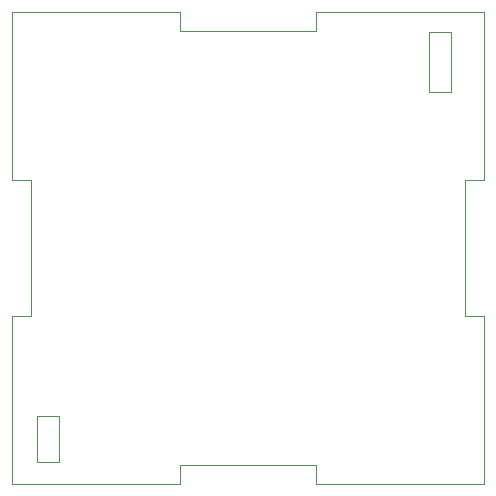
<source format=gbr>
%TF.GenerationSoftware,KiCad,Pcbnew,(5.1.10)-1*%
%TF.CreationDate,2022-01-02T17:41:35+01:00*%
%TF.ProjectId,3DESPWrover,33444553-5057-4726-9f76-65722e6b6963,rev?*%
%TF.SameCoordinates,Original*%
%TF.FileFunction,Profile,NP*%
%FSLAX46Y46*%
G04 Gerber Fmt 4.6, Leading zero omitted, Abs format (unit mm)*
G04 Created by KiCad (PCBNEW (5.1.10)-1) date 2022-01-02 17:41:35*
%MOMM*%
%LPD*%
G01*
G04 APERTURE LIST*
%TA.AperFunction,Profile*%
%ADD10C,0.020000*%
%TD*%
G04 APERTURE END LIST*
D10*
X203911200Y-88188800D02*
X203911200Y-84251800D01*
X202006200Y-88188800D02*
X203911200Y-88188800D01*
X202006200Y-84251800D02*
X202006200Y-88188800D01*
X202006200Y-84251800D02*
X203911200Y-84251800D01*
X235204000Y-51765200D02*
X235204000Y-56845200D01*
X237109000Y-56845200D02*
X235204000Y-56845200D01*
X237109000Y-51765200D02*
X237109000Y-56845200D01*
X235204000Y-51765200D02*
X237109000Y-51765200D01*
X225679000Y-88392000D02*
X225679000Y-90017000D01*
X238289714Y-75781290D02*
X238289714Y-64252715D01*
X214150426Y-90017000D02*
X214150426Y-88392000D01*
X239914714Y-90017000D02*
X239914714Y-75781280D01*
X225679000Y-90017000D02*
X239914714Y-90017000D01*
X238289714Y-64252715D02*
X239914714Y-64252715D01*
X239914714Y-50017001D02*
X225679000Y-50017001D01*
X225679000Y-50017001D02*
X225679003Y-51642001D01*
X201539715Y-64252711D02*
X201539715Y-75781286D01*
X239914714Y-64252715D02*
X239914714Y-50017001D01*
X199914715Y-75781286D02*
X199914715Y-90017000D01*
X199914715Y-90017000D02*
X214150426Y-90017000D01*
X214150426Y-88392000D02*
X225679000Y-88392000D01*
X199914715Y-64252715D02*
X201539715Y-64252711D01*
X214150429Y-51642001D02*
X214150426Y-50017001D01*
X214150426Y-50017001D02*
X199914715Y-50017001D01*
X199914715Y-50017001D02*
X199914715Y-64252715D01*
X239914714Y-75781280D02*
X238289714Y-75781290D01*
X201539715Y-75781286D02*
X199914715Y-75781286D01*
X225679003Y-51642001D02*
X214150429Y-51642001D01*
M02*

</source>
